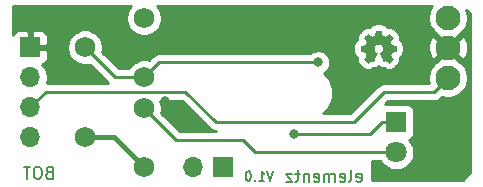
<source format=gbr>
G04 #@! TF.GenerationSoftware,KiCad,Pcbnew,5.1.5-52549c5~86~ubuntu16.04.1*
G04 #@! TF.CreationDate,2020-07-22T23:43:53+05:30*
G04 #@! TF.ProjectId,IR_Sensor_Module_555_V1.0,49525f53-656e-4736-9f72-5f4d6f64756c,rev?*
G04 #@! TF.SameCoordinates,Original*
G04 #@! TF.FileFunction,Copper,L2,Bot*
G04 #@! TF.FilePolarity,Positive*
%FSLAX46Y46*%
G04 Gerber Fmt 4.6, Leading zero omitted, Abs format (unit mm)*
G04 Created by KiCad (PCBNEW 5.1.5-52549c5~86~ubuntu16.04.1) date 2020-07-22 23:43:53*
%MOMM*%
%LPD*%
G04 APERTURE LIST*
%ADD10C,0.150000*%
%ADD11C,0.002540*%
%ADD12C,1.750000*%
%ADD13O,1.700000X1.700000*%
%ADD14R,1.700000X1.700000*%
%ADD15C,2.100000*%
%ADD16C,1.800000*%
%ADD17R,1.800000X1.800000*%
%ADD18C,0.800000*%
%ADD19C,0.406400*%
%ADD20C,0.254000*%
G04 APERTURE END LIST*
D10*
X122707247Y-114649304D02*
X122440580Y-115449304D01*
X122173914Y-114649304D01*
X121488200Y-115449304D02*
X121945342Y-115449304D01*
X121716771Y-115449304D02*
X121716771Y-114649304D01*
X121792961Y-114763590D01*
X121869152Y-114839780D01*
X121945342Y-114877876D01*
X121145342Y-115373114D02*
X121107247Y-115411209D01*
X121145342Y-115449304D01*
X121183438Y-115411209D01*
X121145342Y-115373114D01*
X121145342Y-115449304D01*
X120612009Y-114649304D02*
X120535819Y-114649304D01*
X120459628Y-114687400D01*
X120421533Y-114725495D01*
X120383438Y-114801685D01*
X120345342Y-114954066D01*
X120345342Y-115144542D01*
X120383438Y-115296923D01*
X120421533Y-115373114D01*
X120459628Y-115411209D01*
X120535819Y-115449304D01*
X120612009Y-115449304D01*
X120688200Y-115411209D01*
X120726295Y-115373114D01*
X120764390Y-115296923D01*
X120802485Y-115144542D01*
X120802485Y-114954066D01*
X120764390Y-114801685D01*
X120726295Y-114725495D01*
X120688200Y-114687400D01*
X120612009Y-114649304D01*
X129738095Y-115466761D02*
X129833333Y-115514380D01*
X130023809Y-115514380D01*
X130119047Y-115466761D01*
X130166666Y-115371523D01*
X130166666Y-114990571D01*
X130119047Y-114895333D01*
X130023809Y-114847714D01*
X129833333Y-114847714D01*
X129738095Y-114895333D01*
X129690476Y-114990571D01*
X129690476Y-115085809D01*
X130166666Y-115181047D01*
X129119047Y-115514380D02*
X129214285Y-115466761D01*
X129261904Y-115371523D01*
X129261904Y-114514380D01*
X128357142Y-115466761D02*
X128452380Y-115514380D01*
X128642857Y-115514380D01*
X128738095Y-115466761D01*
X128785714Y-115371523D01*
X128785714Y-114990571D01*
X128738095Y-114895333D01*
X128642857Y-114847714D01*
X128452380Y-114847714D01*
X128357142Y-114895333D01*
X128309523Y-114990571D01*
X128309523Y-115085809D01*
X128785714Y-115181047D01*
X127880952Y-115514380D02*
X127880952Y-114847714D01*
X127880952Y-114942952D02*
X127833333Y-114895333D01*
X127738095Y-114847714D01*
X127595238Y-114847714D01*
X127500000Y-114895333D01*
X127452380Y-114990571D01*
X127452380Y-115514380D01*
X127452380Y-114990571D02*
X127404761Y-114895333D01*
X127309523Y-114847714D01*
X127166666Y-114847714D01*
X127071428Y-114895333D01*
X127023809Y-114990571D01*
X127023809Y-115514380D01*
X126166666Y-115466761D02*
X126261904Y-115514380D01*
X126452380Y-115514380D01*
X126547619Y-115466761D01*
X126595238Y-115371523D01*
X126595238Y-114990571D01*
X126547619Y-114895333D01*
X126452380Y-114847714D01*
X126261904Y-114847714D01*
X126166666Y-114895333D01*
X126119047Y-114990571D01*
X126119047Y-115085809D01*
X126595238Y-115181047D01*
X125690476Y-114847714D02*
X125690476Y-115514380D01*
X125690476Y-114942952D02*
X125642857Y-114895333D01*
X125547619Y-114847714D01*
X125404761Y-114847714D01*
X125309523Y-114895333D01*
X125261904Y-114990571D01*
X125261904Y-115514380D01*
X124928571Y-114847714D02*
X124547619Y-114847714D01*
X124785714Y-114514380D02*
X124785714Y-115371523D01*
X124738095Y-115466761D01*
X124642857Y-115514380D01*
X124547619Y-115514380D01*
X124309523Y-114847714D02*
X123785714Y-114847714D01*
X124309523Y-115514380D01*
X123785714Y-115514380D01*
X103703333Y-114736571D02*
X103560476Y-114784190D01*
X103512857Y-114831809D01*
X103465238Y-114927047D01*
X103465238Y-115069904D01*
X103512857Y-115165142D01*
X103560476Y-115212761D01*
X103655714Y-115260380D01*
X104036666Y-115260380D01*
X104036666Y-114260380D01*
X103703333Y-114260380D01*
X103608095Y-114308000D01*
X103560476Y-114355619D01*
X103512857Y-114450857D01*
X103512857Y-114546095D01*
X103560476Y-114641333D01*
X103608095Y-114688952D01*
X103703333Y-114736571D01*
X104036666Y-114736571D01*
X102846190Y-114260380D02*
X102655714Y-114260380D01*
X102560476Y-114308000D01*
X102465238Y-114403238D01*
X102417619Y-114593714D01*
X102417619Y-114927047D01*
X102465238Y-115117523D01*
X102560476Y-115212761D01*
X102655714Y-115260380D01*
X102846190Y-115260380D01*
X102941428Y-115212761D01*
X103036666Y-115117523D01*
X103084285Y-114927047D01*
X103084285Y-114593714D01*
X103036666Y-114403238D01*
X102941428Y-114308000D01*
X102846190Y-114260380D01*
X102131904Y-114260380D02*
X101560476Y-114260380D01*
X101846190Y-115260380D02*
X101846190Y-114260380D01*
D11*
G36*
X130688080Y-105435400D02*
G01*
X130705860Y-105427780D01*
X130738880Y-105404920D01*
X130789680Y-105371900D01*
X130848100Y-105333800D01*
X130909060Y-105293160D01*
X130957320Y-105260140D01*
X130992880Y-105237280D01*
X131005580Y-105229660D01*
X131013200Y-105232200D01*
X131041140Y-105247440D01*
X131081780Y-105267760D01*
X131107180Y-105280460D01*
X131145280Y-105295700D01*
X131163060Y-105300780D01*
X131165600Y-105295700D01*
X131180840Y-105265220D01*
X131201160Y-105216960D01*
X131229100Y-105150920D01*
X131262120Y-105074720D01*
X131297680Y-104993440D01*
X131330700Y-104909620D01*
X131363720Y-104830880D01*
X131394200Y-104757220D01*
X131417060Y-104698800D01*
X131432300Y-104658160D01*
X131439920Y-104640380D01*
X131437380Y-104637840D01*
X131419600Y-104620060D01*
X131386580Y-104594660D01*
X131315460Y-104536240D01*
X131244340Y-104449880D01*
X131201160Y-104350820D01*
X131188460Y-104239060D01*
X131198620Y-104137460D01*
X131239260Y-104040940D01*
X131307840Y-103952040D01*
X131391660Y-103886000D01*
X131488180Y-103845360D01*
X131597400Y-103832660D01*
X131701540Y-103842820D01*
X131800600Y-103883460D01*
X131889500Y-103949500D01*
X131927600Y-103992680D01*
X131978400Y-104084120D01*
X132008880Y-104178100D01*
X132011420Y-104200960D01*
X132006340Y-104307640D01*
X131975860Y-104409240D01*
X131919980Y-104498140D01*
X131843780Y-104571800D01*
X131833620Y-104579420D01*
X131798060Y-104607360D01*
X131772660Y-104625140D01*
X131754880Y-104640380D01*
X131889500Y-104962960D01*
X131909820Y-105013760D01*
X131947920Y-105102660D01*
X131978400Y-105178860D01*
X132006340Y-105239820D01*
X132024120Y-105280460D01*
X132031740Y-105295700D01*
X132044440Y-105298240D01*
X132067300Y-105290620D01*
X132113020Y-105267760D01*
X132143500Y-105252520D01*
X132176520Y-105237280D01*
X132191760Y-105229660D01*
X132207000Y-105237280D01*
X132240020Y-105257600D01*
X132285740Y-105290620D01*
X132344160Y-105328720D01*
X132400040Y-105366820D01*
X132450840Y-105399840D01*
X132486400Y-105425240D01*
X132504180Y-105432860D01*
X132506720Y-105432860D01*
X132524500Y-105425240D01*
X132552440Y-105399840D01*
X132595620Y-105359200D01*
X132659120Y-105298240D01*
X132669280Y-105288080D01*
X132720080Y-105237280D01*
X132760720Y-105191560D01*
X132788660Y-105161080D01*
X132798820Y-105148380D01*
X132788660Y-105130600D01*
X132765800Y-105092500D01*
X132732780Y-105041700D01*
X132692140Y-104980740D01*
X132585460Y-104825800D01*
X132643880Y-104681020D01*
X132661660Y-104635300D01*
X132684520Y-104579420D01*
X132702300Y-104541320D01*
X132709920Y-104523540D01*
X132727700Y-104518460D01*
X132765800Y-104508300D01*
X132824220Y-104498140D01*
X132895340Y-104485440D01*
X132961380Y-104472740D01*
X133019800Y-104460040D01*
X133062980Y-104452420D01*
X133083300Y-104449880D01*
X133088380Y-104444800D01*
X133090920Y-104437180D01*
X133093460Y-104416860D01*
X133096000Y-104378760D01*
X133096000Y-104322880D01*
X133096000Y-104239060D01*
X133096000Y-104231440D01*
X133096000Y-104152700D01*
X133093460Y-104089200D01*
X133090920Y-104051100D01*
X133088380Y-104033320D01*
X133070600Y-104028240D01*
X133027420Y-104020620D01*
X132969000Y-104007920D01*
X132897880Y-103995220D01*
X132892800Y-103995220D01*
X132821680Y-103979980D01*
X132763260Y-103967280D01*
X132720080Y-103959660D01*
X132702300Y-103952040D01*
X132699760Y-103946960D01*
X132684520Y-103919020D01*
X132664200Y-103875840D01*
X132641340Y-103822500D01*
X132618480Y-103766620D01*
X132598160Y-103715820D01*
X132585460Y-103680260D01*
X132580380Y-103662480D01*
X132590540Y-103644700D01*
X132615940Y-103609140D01*
X132651500Y-103558340D01*
X132692140Y-103497380D01*
X132694680Y-103492300D01*
X132735320Y-103431340D01*
X132768340Y-103380540D01*
X132791200Y-103344980D01*
X132798820Y-103329740D01*
X132798820Y-103327200D01*
X132786120Y-103309420D01*
X132755640Y-103276400D01*
X132709920Y-103230680D01*
X132659120Y-103177340D01*
X132641340Y-103162100D01*
X132582920Y-103103680D01*
X132542280Y-103068120D01*
X132516880Y-103047800D01*
X132506720Y-103042720D01*
X132504180Y-103042720D01*
X132486400Y-103052880D01*
X132448300Y-103078280D01*
X132397500Y-103113840D01*
X132336540Y-103154480D01*
X132334000Y-103157020D01*
X132273040Y-103197660D01*
X132222240Y-103233220D01*
X132186680Y-103256080D01*
X132171440Y-103263700D01*
X132168900Y-103263700D01*
X132146040Y-103258620D01*
X132102860Y-103243380D01*
X132049520Y-103223060D01*
X131993640Y-103200200D01*
X131942840Y-103179880D01*
X131907280Y-103162100D01*
X131889500Y-103151940D01*
X131886960Y-103151940D01*
X131881880Y-103129080D01*
X131871720Y-103083360D01*
X131859020Y-103022400D01*
X131843780Y-102948740D01*
X131841240Y-102938580D01*
X131828540Y-102864920D01*
X131818380Y-102806500D01*
X131808220Y-102765860D01*
X131805680Y-102748080D01*
X131795520Y-102748080D01*
X131759960Y-102745540D01*
X131706620Y-102743000D01*
X131640580Y-102743000D01*
X131574540Y-102743000D01*
X131508500Y-102743000D01*
X131452620Y-102745540D01*
X131411980Y-102748080D01*
X131394200Y-102753160D01*
X131389120Y-102776020D01*
X131378960Y-102819200D01*
X131366260Y-102882700D01*
X131351020Y-102956360D01*
X131348480Y-102969060D01*
X131335780Y-103040180D01*
X131323080Y-103098600D01*
X131315460Y-103139240D01*
X131310380Y-103154480D01*
X131305300Y-103157020D01*
X131274820Y-103172260D01*
X131226560Y-103190040D01*
X131168140Y-103215440D01*
X131030980Y-103271320D01*
X130863340Y-103154480D01*
X130848100Y-103144320D01*
X130787140Y-103103680D01*
X130736340Y-103070660D01*
X130700780Y-103047800D01*
X130688080Y-103040180D01*
X130685540Y-103040180D01*
X130670300Y-103055420D01*
X130637280Y-103085900D01*
X130591560Y-103131620D01*
X130538220Y-103182420D01*
X130497580Y-103223060D01*
X130451860Y-103268780D01*
X130423920Y-103301800D01*
X130406140Y-103322120D01*
X130401060Y-103334820D01*
X130403600Y-103342440D01*
X130413760Y-103360220D01*
X130439160Y-103395780D01*
X130472180Y-103449120D01*
X130512820Y-103507540D01*
X130548380Y-103558340D01*
X130583940Y-103614220D01*
X130606800Y-103654860D01*
X130616960Y-103672640D01*
X130614420Y-103682800D01*
X130601720Y-103715820D01*
X130581400Y-103764080D01*
X130556000Y-103825040D01*
X130497580Y-103957120D01*
X130411220Y-103974900D01*
X130357880Y-103985060D01*
X130284220Y-103997760D01*
X130213100Y-104013000D01*
X130101340Y-104033320D01*
X130098800Y-104437180D01*
X130116580Y-104444800D01*
X130131820Y-104449880D01*
X130172460Y-104460040D01*
X130230880Y-104470200D01*
X130299460Y-104482900D01*
X130360420Y-104495600D01*
X130418840Y-104505760D01*
X130462020Y-104513380D01*
X130479800Y-104518460D01*
X130484880Y-104523540D01*
X130500120Y-104554020D01*
X130520440Y-104599740D01*
X130543300Y-104653080D01*
X130568700Y-104711500D01*
X130589020Y-104762300D01*
X130604260Y-104802940D01*
X130609340Y-104823260D01*
X130601720Y-104838500D01*
X130578860Y-104874060D01*
X130545840Y-104924860D01*
X130505200Y-104983280D01*
X130464560Y-105041700D01*
X130431540Y-105092500D01*
X130406140Y-105128060D01*
X130398520Y-105145840D01*
X130403600Y-105156000D01*
X130426460Y-105183940D01*
X130469640Y-105229660D01*
X130535680Y-105295700D01*
X130548380Y-105305860D01*
X130599180Y-105356660D01*
X130644900Y-105397300D01*
X130675380Y-105425240D01*
X130688080Y-105435400D01*
G37*
X130688080Y-105435400D02*
X130705860Y-105427780D01*
X130738880Y-105404920D01*
X130789680Y-105371900D01*
X130848100Y-105333800D01*
X130909060Y-105293160D01*
X130957320Y-105260140D01*
X130992880Y-105237280D01*
X131005580Y-105229660D01*
X131013200Y-105232200D01*
X131041140Y-105247440D01*
X131081780Y-105267760D01*
X131107180Y-105280460D01*
X131145280Y-105295700D01*
X131163060Y-105300780D01*
X131165600Y-105295700D01*
X131180840Y-105265220D01*
X131201160Y-105216960D01*
X131229100Y-105150920D01*
X131262120Y-105074720D01*
X131297680Y-104993440D01*
X131330700Y-104909620D01*
X131363720Y-104830880D01*
X131394200Y-104757220D01*
X131417060Y-104698800D01*
X131432300Y-104658160D01*
X131439920Y-104640380D01*
X131437380Y-104637840D01*
X131419600Y-104620060D01*
X131386580Y-104594660D01*
X131315460Y-104536240D01*
X131244340Y-104449880D01*
X131201160Y-104350820D01*
X131188460Y-104239060D01*
X131198620Y-104137460D01*
X131239260Y-104040940D01*
X131307840Y-103952040D01*
X131391660Y-103886000D01*
X131488180Y-103845360D01*
X131597400Y-103832660D01*
X131701540Y-103842820D01*
X131800600Y-103883460D01*
X131889500Y-103949500D01*
X131927600Y-103992680D01*
X131978400Y-104084120D01*
X132008880Y-104178100D01*
X132011420Y-104200960D01*
X132006340Y-104307640D01*
X131975860Y-104409240D01*
X131919980Y-104498140D01*
X131843780Y-104571800D01*
X131833620Y-104579420D01*
X131798060Y-104607360D01*
X131772660Y-104625140D01*
X131754880Y-104640380D01*
X131889500Y-104962960D01*
X131909820Y-105013760D01*
X131947920Y-105102660D01*
X131978400Y-105178860D01*
X132006340Y-105239820D01*
X132024120Y-105280460D01*
X132031740Y-105295700D01*
X132044440Y-105298240D01*
X132067300Y-105290620D01*
X132113020Y-105267760D01*
X132143500Y-105252520D01*
X132176520Y-105237280D01*
X132191760Y-105229660D01*
X132207000Y-105237280D01*
X132240020Y-105257600D01*
X132285740Y-105290620D01*
X132344160Y-105328720D01*
X132400040Y-105366820D01*
X132450840Y-105399840D01*
X132486400Y-105425240D01*
X132504180Y-105432860D01*
X132506720Y-105432860D01*
X132524500Y-105425240D01*
X132552440Y-105399840D01*
X132595620Y-105359200D01*
X132659120Y-105298240D01*
X132669280Y-105288080D01*
X132720080Y-105237280D01*
X132760720Y-105191560D01*
X132788660Y-105161080D01*
X132798820Y-105148380D01*
X132788660Y-105130600D01*
X132765800Y-105092500D01*
X132732780Y-105041700D01*
X132692140Y-104980740D01*
X132585460Y-104825800D01*
X132643880Y-104681020D01*
X132661660Y-104635300D01*
X132684520Y-104579420D01*
X132702300Y-104541320D01*
X132709920Y-104523540D01*
X132727700Y-104518460D01*
X132765800Y-104508300D01*
X132824220Y-104498140D01*
X132895340Y-104485440D01*
X132961380Y-104472740D01*
X133019800Y-104460040D01*
X133062980Y-104452420D01*
X133083300Y-104449880D01*
X133088380Y-104444800D01*
X133090920Y-104437180D01*
X133093460Y-104416860D01*
X133096000Y-104378760D01*
X133096000Y-104322880D01*
X133096000Y-104239060D01*
X133096000Y-104231440D01*
X133096000Y-104152700D01*
X133093460Y-104089200D01*
X133090920Y-104051100D01*
X133088380Y-104033320D01*
X133070600Y-104028240D01*
X133027420Y-104020620D01*
X132969000Y-104007920D01*
X132897880Y-103995220D01*
X132892800Y-103995220D01*
X132821680Y-103979980D01*
X132763260Y-103967280D01*
X132720080Y-103959660D01*
X132702300Y-103952040D01*
X132699760Y-103946960D01*
X132684520Y-103919020D01*
X132664200Y-103875840D01*
X132641340Y-103822500D01*
X132618480Y-103766620D01*
X132598160Y-103715820D01*
X132585460Y-103680260D01*
X132580380Y-103662480D01*
X132590540Y-103644700D01*
X132615940Y-103609140D01*
X132651500Y-103558340D01*
X132692140Y-103497380D01*
X132694680Y-103492300D01*
X132735320Y-103431340D01*
X132768340Y-103380540D01*
X132791200Y-103344980D01*
X132798820Y-103329740D01*
X132798820Y-103327200D01*
X132786120Y-103309420D01*
X132755640Y-103276400D01*
X132709920Y-103230680D01*
X132659120Y-103177340D01*
X132641340Y-103162100D01*
X132582920Y-103103680D01*
X132542280Y-103068120D01*
X132516880Y-103047800D01*
X132506720Y-103042720D01*
X132504180Y-103042720D01*
X132486400Y-103052880D01*
X132448300Y-103078280D01*
X132397500Y-103113840D01*
X132336540Y-103154480D01*
X132334000Y-103157020D01*
X132273040Y-103197660D01*
X132222240Y-103233220D01*
X132186680Y-103256080D01*
X132171440Y-103263700D01*
X132168900Y-103263700D01*
X132146040Y-103258620D01*
X132102860Y-103243380D01*
X132049520Y-103223060D01*
X131993640Y-103200200D01*
X131942840Y-103179880D01*
X131907280Y-103162100D01*
X131889500Y-103151940D01*
X131886960Y-103151940D01*
X131881880Y-103129080D01*
X131871720Y-103083360D01*
X131859020Y-103022400D01*
X131843780Y-102948740D01*
X131841240Y-102938580D01*
X131828540Y-102864920D01*
X131818380Y-102806500D01*
X131808220Y-102765860D01*
X131805680Y-102748080D01*
X131795520Y-102748080D01*
X131759960Y-102745540D01*
X131706620Y-102743000D01*
X131640580Y-102743000D01*
X131574540Y-102743000D01*
X131508500Y-102743000D01*
X131452620Y-102745540D01*
X131411980Y-102748080D01*
X131394200Y-102753160D01*
X131389120Y-102776020D01*
X131378960Y-102819200D01*
X131366260Y-102882700D01*
X131351020Y-102956360D01*
X131348480Y-102969060D01*
X131335780Y-103040180D01*
X131323080Y-103098600D01*
X131315460Y-103139240D01*
X131310380Y-103154480D01*
X131305300Y-103157020D01*
X131274820Y-103172260D01*
X131226560Y-103190040D01*
X131168140Y-103215440D01*
X131030980Y-103271320D01*
X130863340Y-103154480D01*
X130848100Y-103144320D01*
X130787140Y-103103680D01*
X130736340Y-103070660D01*
X130700780Y-103047800D01*
X130688080Y-103040180D01*
X130685540Y-103040180D01*
X130670300Y-103055420D01*
X130637280Y-103085900D01*
X130591560Y-103131620D01*
X130538220Y-103182420D01*
X130497580Y-103223060D01*
X130451860Y-103268780D01*
X130423920Y-103301800D01*
X130406140Y-103322120D01*
X130401060Y-103334820D01*
X130403600Y-103342440D01*
X130413760Y-103360220D01*
X130439160Y-103395780D01*
X130472180Y-103449120D01*
X130512820Y-103507540D01*
X130548380Y-103558340D01*
X130583940Y-103614220D01*
X130606800Y-103654860D01*
X130616960Y-103672640D01*
X130614420Y-103682800D01*
X130601720Y-103715820D01*
X130581400Y-103764080D01*
X130556000Y-103825040D01*
X130497580Y-103957120D01*
X130411220Y-103974900D01*
X130357880Y-103985060D01*
X130284220Y-103997760D01*
X130213100Y-104013000D01*
X130101340Y-104033320D01*
X130098800Y-104437180D01*
X130116580Y-104444800D01*
X130131820Y-104449880D01*
X130172460Y-104460040D01*
X130230880Y-104470200D01*
X130299460Y-104482900D01*
X130360420Y-104495600D01*
X130418840Y-104505760D01*
X130462020Y-104513380D01*
X130479800Y-104518460D01*
X130484880Y-104523540D01*
X130500120Y-104554020D01*
X130520440Y-104599740D01*
X130543300Y-104653080D01*
X130568700Y-104711500D01*
X130589020Y-104762300D01*
X130604260Y-104802940D01*
X130609340Y-104823260D01*
X130601720Y-104838500D01*
X130578860Y-104874060D01*
X130545840Y-104924860D01*
X130505200Y-104983280D01*
X130464560Y-105041700D01*
X130431540Y-105092500D01*
X130406140Y-105128060D01*
X130398520Y-105145840D01*
X130403600Y-105156000D01*
X130426460Y-105183940D01*
X130469640Y-105229660D01*
X130535680Y-105295700D01*
X130548380Y-105305860D01*
X130599180Y-105356660D01*
X130644900Y-105397300D01*
X130675380Y-105425240D01*
X130688080Y-105435400D01*
D12*
X111760000Y-114300000D03*
X106760000Y-111760000D03*
X111760000Y-109300000D03*
X111760000Y-106680000D03*
X106760000Y-104140000D03*
X111760000Y-101680000D03*
D13*
X102108000Y-111760000D03*
X102108000Y-109220000D03*
X102108000Y-106680000D03*
D14*
X102108000Y-104140000D03*
D13*
X115892005Y-114258717D03*
D14*
X118432005Y-114258717D03*
D15*
X137499406Y-101640003D03*
X137499406Y-104180003D03*
X137499406Y-106720003D03*
D16*
X133096000Y-113030000D03*
D17*
X133096000Y-110490000D03*
D18*
X130048000Y-101600000D03*
X113538000Y-108712000D03*
X128270000Y-105410000D03*
X118618000Y-101600000D03*
X115062000Y-110236000D03*
X124460000Y-111506000D03*
X126492000Y-105410000D03*
D19*
X106760000Y-111332000D02*
X106760000Y-111760000D01*
X109220000Y-111760000D02*
X111760000Y-114300000D01*
X106760000Y-111760000D02*
X109220000Y-111760000D01*
D20*
X120142000Y-112014000D02*
X114474000Y-112014000D01*
X133096000Y-113030000D02*
X121158000Y-113030000D01*
X114474000Y-112014000D02*
X111760000Y-109300000D01*
X121158000Y-113030000D02*
X120142000Y-112014000D01*
X131942000Y-110490000D02*
X130926000Y-111506000D01*
X133096000Y-110490000D02*
X131942000Y-110490000D01*
X130926000Y-111506000D02*
X124460000Y-111506000D01*
X136269409Y-107950000D02*
X132080000Y-107950000D01*
X137499406Y-106720003D02*
X136269409Y-107950000D01*
X103445999Y-107882001D02*
X102108000Y-109220000D01*
X132080000Y-107950000D02*
X129540000Y-110490000D01*
X129540000Y-110490000D02*
X117856000Y-110490000D01*
X117856000Y-110490000D02*
X115248001Y-107882001D01*
X115248001Y-107882001D02*
X103445999Y-107882001D01*
X109300000Y-106680000D02*
X106760000Y-104140000D01*
X111760000Y-106680000D02*
X109300000Y-106680000D01*
X113030000Y-105410000D02*
X111760000Y-106680000D01*
X126492000Y-105410000D02*
X113030000Y-105410000D01*
G36*
X110587107Y-100717431D02*
G01*
X110421856Y-100964747D01*
X110308029Y-101239549D01*
X110250000Y-101531278D01*
X110250000Y-101828722D01*
X110308029Y-102120451D01*
X110421856Y-102395253D01*
X110587107Y-102642569D01*
X110797431Y-102852893D01*
X111044747Y-103018144D01*
X111319549Y-103131971D01*
X111611278Y-103190000D01*
X111908722Y-103190000D01*
X112200451Y-103131971D01*
X112475253Y-103018144D01*
X112722569Y-102852893D01*
X112932893Y-102642569D01*
X113098144Y-102395253D01*
X113211971Y-102120451D01*
X113270000Y-101828722D01*
X113270000Y-101531278D01*
X113211971Y-101239549D01*
X113098144Y-100964747D01*
X112932893Y-100717431D01*
X112875462Y-100660000D01*
X136127691Y-100660000D01*
X136006178Y-100841856D01*
X135879160Y-101148507D01*
X135814406Y-101474045D01*
X135814406Y-101805961D01*
X135879160Y-102131499D01*
X136006178Y-102438150D01*
X136190581Y-102714128D01*
X136425281Y-102948828D01*
X136509415Y-103005045D01*
X136507945Y-103008937D01*
X137499406Y-104000398D01*
X138490867Y-103008937D01*
X138489397Y-103005045D01*
X138573531Y-102948828D01*
X138808231Y-102714128D01*
X138992634Y-102438150D01*
X139119652Y-102131499D01*
X139184406Y-101805961D01*
X139184406Y-101474045D01*
X139119652Y-101148507D01*
X139052142Y-100985523D01*
X139340000Y-101273381D01*
X139340001Y-114726618D01*
X138726620Y-115340000D01*
X131067143Y-115340000D01*
X131067143Y-113792000D01*
X131759024Y-113792000D01*
X131903688Y-114008505D01*
X132117495Y-114222312D01*
X132368905Y-114390299D01*
X132648257Y-114506011D01*
X132944816Y-114565000D01*
X133247184Y-114565000D01*
X133543743Y-114506011D01*
X133823095Y-114390299D01*
X134074505Y-114222312D01*
X134288312Y-114008505D01*
X134456299Y-113757095D01*
X134572011Y-113477743D01*
X134631000Y-113181184D01*
X134631000Y-112878816D01*
X134572011Y-112582257D01*
X134456299Y-112302905D01*
X134288312Y-112051495D01*
X134221873Y-111985056D01*
X134240180Y-111979502D01*
X134350494Y-111920537D01*
X134447185Y-111841185D01*
X134526537Y-111744494D01*
X134585502Y-111634180D01*
X134621812Y-111514482D01*
X134634072Y-111390000D01*
X134634072Y-109590000D01*
X134621812Y-109465518D01*
X134585502Y-109345820D01*
X134526537Y-109235506D01*
X134447185Y-109138815D01*
X134350494Y-109059463D01*
X134240180Y-109000498D01*
X134120482Y-108964188D01*
X133996000Y-108951928D01*
X132196000Y-108951928D01*
X132151300Y-108956330D01*
X132395631Y-108712000D01*
X136231986Y-108712000D01*
X136269409Y-108715686D01*
X136306832Y-108712000D01*
X136306835Y-108712000D01*
X136418787Y-108700974D01*
X136562424Y-108657402D01*
X136694801Y-108586645D01*
X136810831Y-108491422D01*
X136834693Y-108462346D01*
X136971763Y-108325276D01*
X137007910Y-108340249D01*
X137333448Y-108405003D01*
X137665364Y-108405003D01*
X137990902Y-108340249D01*
X138297553Y-108213231D01*
X138573531Y-108028828D01*
X138808231Y-107794128D01*
X138992634Y-107518150D01*
X139119652Y-107211499D01*
X139184406Y-106885961D01*
X139184406Y-106554045D01*
X139119652Y-106228507D01*
X138992634Y-105921856D01*
X138808231Y-105645878D01*
X138573531Y-105411178D01*
X138489397Y-105354961D01*
X138490867Y-105351069D01*
X137499406Y-104359608D01*
X136507945Y-105351069D01*
X136509415Y-105354961D01*
X136425281Y-105411178D01*
X136190581Y-105645878D01*
X136006178Y-105921856D01*
X135879160Y-106228507D01*
X135814406Y-106554045D01*
X135814406Y-106885961D01*
X135874486Y-107188000D01*
X132117422Y-107188000D01*
X132079999Y-107184314D01*
X132042576Y-107188000D01*
X132042574Y-107188000D01*
X131930622Y-107199026D01*
X131786985Y-107242598D01*
X131654608Y-107313355D01*
X131538578Y-107408578D01*
X131514721Y-107437648D01*
X129224370Y-109728000D01*
X126932767Y-109728000D01*
X127236038Y-109424729D01*
X127480631Y-109058669D01*
X127649110Y-108651925D01*
X127735000Y-108220128D01*
X127735000Y-107779872D01*
X127649110Y-107348075D01*
X127480631Y-106941331D01*
X127236038Y-106575271D01*
X126985682Y-106324915D01*
X127151774Y-106213937D01*
X127295937Y-106069774D01*
X127409205Y-105900256D01*
X127487226Y-105711898D01*
X127527000Y-105511939D01*
X127527000Y-105308061D01*
X127487226Y-105108102D01*
X127409205Y-104919744D01*
X127295937Y-104750226D01*
X127151774Y-104606063D01*
X126982256Y-104492795D01*
X126838329Y-104433178D01*
X129462543Y-104433178D01*
X129467787Y-104490357D01*
X129472199Y-104547683D01*
X129473457Y-104552187D01*
X129473883Y-104556837D01*
X129490129Y-104611897D01*
X129505595Y-104667285D01*
X129507704Y-104671460D01*
X129509026Y-104675940D01*
X129535659Y-104726799D01*
X129561587Y-104778124D01*
X129564467Y-104781810D01*
X129566633Y-104785946D01*
X129602661Y-104830693D01*
X129638042Y-104875976D01*
X129641577Y-104879027D01*
X129644510Y-104882670D01*
X129688567Y-104919586D01*
X129732046Y-104957114D01*
X129736110Y-104959422D01*
X129739692Y-104962424D01*
X129784562Y-104987051D01*
X129776151Y-105013567D01*
X129773571Y-105036573D01*
X129768189Y-105059103D01*
X129766665Y-105098154D01*
X129762312Y-105136972D01*
X129764250Y-105160045D01*
X129763347Y-105183188D01*
X129769435Y-105221776D01*
X129772706Y-105260714D01*
X129779089Y-105282973D01*
X129782698Y-105305849D01*
X129792079Y-105331394D01*
X129792253Y-105332334D01*
X129794485Y-105337947D01*
X129796165Y-105342521D01*
X129806936Y-105380081D01*
X129817523Y-105400680D01*
X129825505Y-105422415D01*
X129829423Y-105430389D01*
X129834503Y-105440548D01*
X129836654Y-105443968D01*
X129838146Y-105447720D01*
X129855467Y-105474506D01*
X129863701Y-105490526D01*
X129874505Y-105504156D01*
X129900610Y-105545667D01*
X129903382Y-105548601D01*
X129905576Y-105551995D01*
X129911154Y-105558910D01*
X129934014Y-105586850D01*
X129946870Y-105599755D01*
X129957828Y-105614317D01*
X129963883Y-105620818D01*
X130007063Y-105666538D01*
X130010582Y-105669601D01*
X130013491Y-105673245D01*
X130019729Y-105679571D01*
X130085769Y-105745611D01*
X130099991Y-105757293D01*
X130149269Y-105806571D01*
X130160309Y-105815639D01*
X130169866Y-105826266D01*
X130176465Y-105832214D01*
X130218561Y-105869633D01*
X130245437Y-105894269D01*
X130259013Y-105904466D01*
X130271007Y-105916485D01*
X130277905Y-105922083D01*
X130290605Y-105932243D01*
X130314174Y-105947584D01*
X130335961Y-105965354D01*
X130366084Y-105981372D01*
X130394679Y-105999984D01*
X130420775Y-106010454D01*
X130445602Y-106023655D01*
X130478264Y-106033517D01*
X130509929Y-106046221D01*
X130537559Y-106051421D01*
X130564479Y-106059550D01*
X130598442Y-106062881D01*
X130631963Y-106069190D01*
X130660076Y-106068925D01*
X130688065Y-106071670D01*
X130722019Y-106068341D01*
X130756137Y-106068020D01*
X130783672Y-106062298D01*
X130811650Y-106059555D01*
X130844306Y-106049696D01*
X130877717Y-106042753D01*
X130903614Y-106031792D01*
X130930529Y-106023667D01*
X130938719Y-106020224D01*
X130956499Y-106012604D01*
X130981761Y-105998717D01*
X130992074Y-105994352D01*
X131002236Y-105987462D01*
X131008435Y-105984054D01*
X131060692Y-105955922D01*
X131065186Y-105952856D01*
X131065318Y-105952784D01*
X131065429Y-105952691D01*
X131068031Y-105950916D01*
X131093399Y-105933354D01*
X131095312Y-105932110D01*
X131110422Y-105934868D01*
X131111426Y-105934853D01*
X131112419Y-105935031D01*
X131173615Y-105933926D01*
X131234587Y-105933017D01*
X131235569Y-105932807D01*
X131236577Y-105932789D01*
X131296411Y-105919814D01*
X131356026Y-105907083D01*
X131356948Y-105906687D01*
X131357934Y-105906473D01*
X131413995Y-105882172D01*
X131470116Y-105858056D01*
X131470948Y-105857485D01*
X131471869Y-105857086D01*
X131522009Y-105822451D01*
X131572511Y-105787801D01*
X131573216Y-105787079D01*
X131574042Y-105786509D01*
X131599511Y-105760287D01*
X131614017Y-105775645D01*
X131643548Y-105796659D01*
X131671262Y-105820004D01*
X131694011Y-105832567D01*
X131715193Y-105847640D01*
X131748245Y-105862519D01*
X131779965Y-105880036D01*
X131804723Y-105887942D01*
X131828428Y-105898613D01*
X131858054Y-105905472D01*
X131869433Y-105909969D01*
X131879422Y-105911796D01*
X131898258Y-105917811D01*
X131906957Y-105919614D01*
X131919658Y-105922154D01*
X131938057Y-105923994D01*
X131949406Y-105926621D01*
X131962826Y-105927051D01*
X131991585Y-105932311D01*
X132017471Y-105931934D01*
X132043219Y-105934508D01*
X132079401Y-105931031D01*
X132099419Y-105930739D01*
X132116576Y-105942994D01*
X132118212Y-105943936D01*
X132119646Y-105945174D01*
X132172053Y-105974944D01*
X132224184Y-106004966D01*
X132225975Y-106005573D01*
X132227620Y-106006508D01*
X132235761Y-106010064D01*
X132253541Y-106017684D01*
X132264071Y-106021024D01*
X132264242Y-106021115D01*
X132266650Y-106021842D01*
X132300563Y-106032599D01*
X132371892Y-106055226D01*
X132371901Y-106055227D01*
X132371907Y-106055229D01*
X132380360Y-106056177D01*
X132383119Y-106057010D01*
X132420327Y-106060659D01*
X132423395Y-106061003D01*
X132495296Y-106069068D01*
X132504180Y-106069130D01*
X132506720Y-106069130D01*
X132567295Y-106063190D01*
X132579322Y-106062011D01*
X132619054Y-106058674D01*
X132622008Y-106057827D01*
X132630290Y-106057015D01*
X132630298Y-106057013D01*
X132630305Y-106057012D01*
X132690866Y-106038728D01*
X132726072Y-106028100D01*
X132732423Y-106026578D01*
X132734821Y-106025476D01*
X132738421Y-106024444D01*
X132738762Y-106024269D01*
X132749169Y-106021127D01*
X132749181Y-106021122D01*
X132749187Y-106021120D01*
X132757359Y-106017684D01*
X132775139Y-106010064D01*
X132809564Y-105991140D01*
X132845263Y-105974740D01*
X132863853Y-105961296D01*
X132883958Y-105950244D01*
X132914053Y-105924993D01*
X132945886Y-105901972D01*
X132952502Y-105896042D01*
X132980442Y-105870642D01*
X132981159Y-105869850D01*
X132982005Y-105869215D01*
X132988517Y-105863172D01*
X133031697Y-105822532D01*
X133031788Y-105822427D01*
X133036257Y-105818197D01*
X133099757Y-105757237D01*
X133101095Y-105755674D01*
X133102705Y-105754389D01*
X133109031Y-105748151D01*
X133169991Y-105687191D01*
X133179059Y-105676151D01*
X133189686Y-105666594D01*
X133195634Y-105659995D01*
X133233053Y-105617899D01*
X133257689Y-105591023D01*
X133267886Y-105577447D01*
X133279905Y-105565453D01*
X133285503Y-105558555D01*
X133295663Y-105545855D01*
X133296896Y-105543961D01*
X133298458Y-105542335D01*
X133322872Y-105504241D01*
X133332266Y-105491734D01*
X133336177Y-105483611D01*
X133363404Y-105441781D01*
X133364245Y-105439685D01*
X133365462Y-105437786D01*
X133387354Y-105382085D01*
X133409641Y-105326531D01*
X133410058Y-105324314D01*
X133410884Y-105322213D01*
X133421546Y-105263278D01*
X133432610Y-105204497D01*
X133432589Y-105202242D01*
X133432991Y-105200019D01*
X133432004Y-105140181D01*
X133431440Y-105080323D01*
X133430980Y-105078110D01*
X133430943Y-105075857D01*
X133418360Y-105017384D01*
X133413119Y-104992167D01*
X133429837Y-104983501D01*
X133458590Y-104960548D01*
X133472759Y-104951843D01*
X133480499Y-104944684D01*
X133498421Y-104932077D01*
X133511774Y-104918092D01*
X133526885Y-104906029D01*
X133533211Y-104899791D01*
X133538291Y-104894711D01*
X133550178Y-104880240D01*
X133563924Y-104867526D01*
X133576309Y-104850501D01*
X133584175Y-104842263D01*
X133593822Y-104827106D01*
X133617110Y-104798754D01*
X133625957Y-104782254D01*
X133636975Y-104767109D01*
X133650216Y-104738499D01*
X133650850Y-104737503D01*
X133651767Y-104735147D01*
X133655242Y-104727638D01*
X133675791Y-104689316D01*
X133681265Y-104671411D01*
X133689131Y-104654415D01*
X133691999Y-104646006D01*
X133694539Y-104638386D01*
X133703832Y-104597598D01*
X133712097Y-104570564D01*
X133713534Y-104556414D01*
X133721113Y-104524907D01*
X133722107Y-104517385D01*
X133722124Y-104517311D01*
X133722126Y-104517243D01*
X133722277Y-104516100D01*
X133724817Y-104495780D01*
X133725189Y-104481802D01*
X133727668Y-104468044D01*
X133728321Y-104459184D01*
X133730861Y-104421084D01*
X133730338Y-104404315D01*
X133732208Y-104387644D01*
X133732270Y-104378760D01*
X133732270Y-104240620D01*
X135807340Y-104240620D01*
X135851678Y-104569560D01*
X135959337Y-104883530D01*
X136058827Y-105069664D01*
X136328340Y-105171464D01*
X137319801Y-104180003D01*
X137679011Y-104180003D01*
X138670472Y-105171464D01*
X138939985Y-105069664D01*
X139085869Y-104771526D01*
X139170786Y-104450657D01*
X139191472Y-104119386D01*
X139147134Y-103790446D01*
X139039475Y-103476476D01*
X138939985Y-103290342D01*
X138670472Y-103188542D01*
X137679011Y-104180003D01*
X137319801Y-104180003D01*
X136328340Y-103188542D01*
X136058827Y-103290342D01*
X135912943Y-103588480D01*
X135828026Y-103909349D01*
X135807340Y-104240620D01*
X133732270Y-104240620D01*
X133732270Y-104152700D01*
X133731460Y-104144436D01*
X133732055Y-104136149D01*
X133731762Y-104127270D01*
X133729222Y-104063770D01*
X133728668Y-104059773D01*
X133728850Y-104055745D01*
X133728321Y-104046876D01*
X133725781Y-104008776D01*
X133722581Y-103989474D01*
X133721990Y-103969922D01*
X133720795Y-103961118D01*
X133718255Y-103943338D01*
X133707913Y-103901011D01*
X133705469Y-103886271D01*
X133703572Y-103881226D01*
X133696015Y-103844591D01*
X133691524Y-103833936D01*
X133688781Y-103822709D01*
X133667447Y-103776811D01*
X133647785Y-103730161D01*
X133641312Y-103720584D01*
X133636439Y-103710100D01*
X133606596Y-103669220D01*
X133578248Y-103627279D01*
X133570035Y-103619139D01*
X133563221Y-103609805D01*
X133525995Y-103575489D01*
X133490050Y-103539863D01*
X133480423Y-103533480D01*
X133471917Y-103525639D01*
X133428727Y-103499204D01*
X133413890Y-103489366D01*
X133415522Y-103479882D01*
X133421186Y-103462028D01*
X133422863Y-103447073D01*
X133425304Y-103438369D01*
X133427491Y-103410341D01*
X133433410Y-103375952D01*
X133432941Y-103357230D01*
X133435028Y-103338624D01*
X133435090Y-103329740D01*
X133435090Y-103327200D01*
X133434471Y-103320892D01*
X133434965Y-103314567D01*
X133431040Y-103281344D01*
X133430300Y-103251813D01*
X133425675Y-103231180D01*
X133422972Y-103203615D01*
X133421139Y-103197544D01*
X133420395Y-103191246D01*
X133408455Y-103154361D01*
X133403138Y-103130642D01*
X133396197Y-103114931D01*
X133387081Y-103084736D01*
X133384104Y-103079137D01*
X133382151Y-103073104D01*
X133360791Y-103034787D01*
X133352957Y-103017054D01*
X133345245Y-103006055D01*
X133328783Y-102975094D01*
X133324777Y-102970182D01*
X133321688Y-102964641D01*
X133316574Y-102957376D01*
X133303874Y-102939596D01*
X133280595Y-102912947D01*
X133259634Y-102884421D01*
X133253653Y-102877851D01*
X133223173Y-102844831D01*
X133216973Y-102839308D01*
X133211789Y-102832815D01*
X133205551Y-102826489D01*
X133165307Y-102786245D01*
X133119867Y-102738533D01*
X133099296Y-102720778D01*
X133097489Y-102718515D01*
X133091251Y-102712189D01*
X133090467Y-102711405D01*
X133079904Y-102700077D01*
X133074049Y-102694987D01*
X133032831Y-102653769D01*
X133019867Y-102643120D01*
X133008552Y-102630735D01*
X133001907Y-102624838D01*
X132961267Y-102589278D01*
X132953444Y-102583680D01*
X132946653Y-102576875D01*
X132939755Y-102571277D01*
X132914355Y-102550957D01*
X132913911Y-102550668D01*
X132913532Y-102550300D01*
X132876020Y-102525972D01*
X132866192Y-102517725D01*
X132847575Y-102507490D01*
X132810281Y-102483216D01*
X132809793Y-102483020D01*
X132809347Y-102482731D01*
X132801428Y-102478703D01*
X132791269Y-102473623D01*
X132773782Y-102466923D01*
X132757373Y-102457902D01*
X132715914Y-102444750D01*
X132675311Y-102429193D01*
X132656862Y-102426018D01*
X132639008Y-102420354D01*
X132595788Y-102415506D01*
X132564666Y-102410150D01*
X132555819Y-102408549D01*
X132555406Y-102408556D01*
X132552932Y-102408130D01*
X132534210Y-102408599D01*
X132515604Y-102406512D01*
X132506720Y-102406450D01*
X132504180Y-102406450D01*
X132468001Y-102409998D01*
X132431657Y-102410597D01*
X132406354Y-102416042D01*
X132380595Y-102418568D01*
X132354479Y-102426453D01*
X132353739Y-102424860D01*
X132344974Y-102412853D01*
X132338088Y-102399682D01*
X132308425Y-102362789D01*
X132280521Y-102324565D01*
X132269595Y-102314493D01*
X132260278Y-102302905D01*
X132224018Y-102272479D01*
X132189217Y-102240399D01*
X132176536Y-102232637D01*
X132165152Y-102223085D01*
X132123684Y-102200288D01*
X132083303Y-102175572D01*
X132069355Y-102170421D01*
X132056333Y-102163262D01*
X132011225Y-102148953D01*
X131966816Y-102132552D01*
X131952137Y-102130209D01*
X131937968Y-102125714D01*
X131890923Y-102120437D01*
X131844190Y-102112977D01*
X131837853Y-102113213D01*
X131805292Y-102110887D01*
X131802173Y-102110969D01*
X131799095Y-102110475D01*
X131790224Y-102109990D01*
X131736884Y-102107450D01*
X131726167Y-102107988D01*
X131715504Y-102106792D01*
X131706620Y-102106730D01*
X131508500Y-102106730D01*
X131498505Y-102107710D01*
X131488486Y-102107045D01*
X131479609Y-102107386D01*
X131423728Y-102109926D01*
X131422766Y-102110065D01*
X131421801Y-102110017D01*
X131412930Y-102110509D01*
X131372291Y-102113049D01*
X131370258Y-102113377D01*
X131368201Y-102113318D01*
X131308904Y-102123289D01*
X131298668Y-102124943D01*
X131289501Y-102125563D01*
X131281513Y-102127714D01*
X131249702Y-102132853D01*
X131247778Y-102133568D01*
X131245742Y-102133910D01*
X131237183Y-102136291D01*
X131219403Y-102141371D01*
X131194963Y-102151020D01*
X131169594Y-102157852D01*
X131137347Y-102173769D01*
X131103902Y-102186974D01*
X131081807Y-102201183D01*
X131058242Y-102212815D01*
X131029697Y-102234696D01*
X130999457Y-102254143D01*
X130980544Y-102272373D01*
X130959687Y-102288360D01*
X130935936Y-102315368D01*
X130910050Y-102340319D01*
X130895032Y-102361882D01*
X130877683Y-102381611D01*
X130859640Y-102412700D01*
X130849617Y-102427092D01*
X130820368Y-102417814D01*
X130801365Y-102415683D01*
X130782827Y-102411004D01*
X130739789Y-102408776D01*
X130696964Y-102403972D01*
X130688080Y-102403910D01*
X130685540Y-102403910D01*
X130671813Y-102405256D01*
X130658815Y-102404583D01*
X130618956Y-102410352D01*
X130568498Y-102414767D01*
X130565280Y-102415702D01*
X130561955Y-102416028D01*
X130545570Y-102420975D01*
X130535917Y-102422372D01*
X130506142Y-102432879D01*
X130505691Y-102433015D01*
X130449250Y-102449413D01*
X130446284Y-102450951D01*
X130443076Y-102451919D01*
X130425108Y-102461473D01*
X130418816Y-102463693D01*
X130400230Y-102474701D01*
X130391138Y-102479535D01*
X130339003Y-102506559D01*
X130336389Y-102508646D01*
X130333434Y-102510217D01*
X130315323Y-102524988D01*
X130311971Y-102526973D01*
X130302576Y-102535384D01*
X130287866Y-102547381D01*
X130241955Y-102584031D01*
X130237301Y-102588620D01*
X130237202Y-102588701D01*
X130237126Y-102588793D01*
X130235629Y-102590269D01*
X130229371Y-102596527D01*
X130205711Y-102618367D01*
X130200188Y-102624567D01*
X130193695Y-102629751D01*
X130187369Y-102635989D01*
X130147125Y-102676233D01*
X130099413Y-102721673D01*
X130097238Y-102724193D01*
X130094635Y-102726271D01*
X130088309Y-102732509D01*
X130001949Y-102818869D01*
X129987956Y-102835904D01*
X129971926Y-102851044D01*
X129966140Y-102857786D01*
X129941599Y-102886789D01*
X129927298Y-102903133D01*
X129903439Y-102936477D01*
X129877418Y-102968153D01*
X129867388Y-102986858D01*
X129855036Y-103004120D01*
X129841184Y-103034677D01*
X129834973Y-103044327D01*
X129830493Y-103055663D01*
X129818735Y-103077590D01*
X129815378Y-103085816D01*
X129810298Y-103098515D01*
X129806824Y-103110473D01*
X129803765Y-103117220D01*
X129800272Y-103132130D01*
X129789331Y-103159813D01*
X129783967Y-103189141D01*
X129775651Y-103217762D01*
X129772824Y-103250061D01*
X129766989Y-103281965D01*
X129767424Y-103311775D01*
X129764825Y-103341468D01*
X129768326Y-103373706D01*
X129768799Y-103406130D01*
X129775014Y-103435283D01*
X129778233Y-103464919D01*
X129784287Y-103484239D01*
X129757556Y-103497921D01*
X129756968Y-103498386D01*
X129756297Y-103498731D01*
X129708178Y-103536924D01*
X129660111Y-103574892D01*
X129659625Y-103575461D01*
X129659033Y-103575931D01*
X129619126Y-103622888D01*
X129579471Y-103669325D01*
X129579105Y-103669978D01*
X129578616Y-103670553D01*
X129548792Y-103724004D01*
X129518709Y-103777622D01*
X129518474Y-103778342D01*
X129518110Y-103778994D01*
X129499291Y-103837049D01*
X129480140Y-103895658D01*
X129480050Y-103896406D01*
X129479818Y-103897120D01*
X129472579Y-103958188D01*
X129465233Y-104018938D01*
X129465289Y-104019683D01*
X129465200Y-104020435D01*
X129465083Y-104029318D01*
X129462543Y-104433178D01*
X126838329Y-104433178D01*
X126793898Y-104414774D01*
X126593939Y-104375000D01*
X126390061Y-104375000D01*
X126190102Y-104414774D01*
X126001744Y-104492795D01*
X125832226Y-104606063D01*
X125790289Y-104648000D01*
X113067422Y-104648000D01*
X113029999Y-104644314D01*
X112992576Y-104648000D01*
X112992574Y-104648000D01*
X112880622Y-104659026D01*
X112736985Y-104702598D01*
X112604608Y-104773355D01*
X112488578Y-104868578D01*
X112464721Y-104897648D01*
X112145309Y-105217060D01*
X111908722Y-105170000D01*
X111611278Y-105170000D01*
X111319549Y-105228029D01*
X111044747Y-105341856D01*
X110797431Y-105507107D01*
X110587107Y-105717431D01*
X110453091Y-105918000D01*
X109615631Y-105918000D01*
X108222939Y-104525309D01*
X108270000Y-104288722D01*
X108270000Y-103991278D01*
X108211971Y-103699549D01*
X108098144Y-103424747D01*
X107932893Y-103177431D01*
X107722569Y-102967107D01*
X107475253Y-102801856D01*
X107200451Y-102688029D01*
X106908722Y-102630000D01*
X106611278Y-102630000D01*
X106319549Y-102688029D01*
X106044747Y-102801856D01*
X105797431Y-102967107D01*
X105587107Y-103177431D01*
X105421856Y-103424747D01*
X105308029Y-103699549D01*
X105250000Y-103991278D01*
X105250000Y-104288722D01*
X105308029Y-104580451D01*
X105421856Y-104855253D01*
X105587107Y-105102569D01*
X105797431Y-105312893D01*
X106044747Y-105478144D01*
X106319549Y-105591971D01*
X106611278Y-105650000D01*
X106908722Y-105650000D01*
X107145309Y-105602939D01*
X108662370Y-107120001D01*
X103533098Y-107120001D01*
X103535932Y-107113158D01*
X103593000Y-106826260D01*
X103593000Y-106533740D01*
X103535932Y-106246842D01*
X103423990Y-105976589D01*
X103261475Y-105733368D01*
X103129620Y-105601513D01*
X103202180Y-105579502D01*
X103312494Y-105520537D01*
X103409185Y-105441185D01*
X103488537Y-105344494D01*
X103547502Y-105234180D01*
X103583812Y-105114482D01*
X103596072Y-104990000D01*
X103593000Y-104425750D01*
X103434250Y-104267000D01*
X102235000Y-104267000D01*
X102235000Y-104287000D01*
X101981000Y-104287000D01*
X101981000Y-104267000D01*
X101961000Y-104267000D01*
X101961000Y-104013000D01*
X101981000Y-104013000D01*
X101981000Y-102813750D01*
X102235000Y-102813750D01*
X102235000Y-104013000D01*
X103434250Y-104013000D01*
X103593000Y-103854250D01*
X103596072Y-103290000D01*
X103583812Y-103165518D01*
X103547502Y-103045820D01*
X103488537Y-102935506D01*
X103409185Y-102838815D01*
X103312494Y-102759463D01*
X103202180Y-102700498D01*
X103082482Y-102664188D01*
X102958000Y-102651928D01*
X102393750Y-102655000D01*
X102235000Y-102813750D01*
X101981000Y-102813750D01*
X101822250Y-102655000D01*
X101258000Y-102651928D01*
X101133518Y-102664188D01*
X101013820Y-102700498D01*
X100903506Y-102759463D01*
X100806815Y-102838815D01*
X100727463Y-102935506D01*
X100668498Y-103045820D01*
X100660000Y-103073834D01*
X100660000Y-100660000D01*
X110644538Y-100660000D01*
X110587107Y-100717431D01*
G37*
X110587107Y-100717431D02*
X110421856Y-100964747D01*
X110308029Y-101239549D01*
X110250000Y-101531278D01*
X110250000Y-101828722D01*
X110308029Y-102120451D01*
X110421856Y-102395253D01*
X110587107Y-102642569D01*
X110797431Y-102852893D01*
X111044747Y-103018144D01*
X111319549Y-103131971D01*
X111611278Y-103190000D01*
X111908722Y-103190000D01*
X112200451Y-103131971D01*
X112475253Y-103018144D01*
X112722569Y-102852893D01*
X112932893Y-102642569D01*
X113098144Y-102395253D01*
X113211971Y-102120451D01*
X113270000Y-101828722D01*
X113270000Y-101531278D01*
X113211971Y-101239549D01*
X113098144Y-100964747D01*
X112932893Y-100717431D01*
X112875462Y-100660000D01*
X136127691Y-100660000D01*
X136006178Y-100841856D01*
X135879160Y-101148507D01*
X135814406Y-101474045D01*
X135814406Y-101805961D01*
X135879160Y-102131499D01*
X136006178Y-102438150D01*
X136190581Y-102714128D01*
X136425281Y-102948828D01*
X136509415Y-103005045D01*
X136507945Y-103008937D01*
X137499406Y-104000398D01*
X138490867Y-103008937D01*
X138489397Y-103005045D01*
X138573531Y-102948828D01*
X138808231Y-102714128D01*
X138992634Y-102438150D01*
X139119652Y-102131499D01*
X139184406Y-101805961D01*
X139184406Y-101474045D01*
X139119652Y-101148507D01*
X139052142Y-100985523D01*
X139340000Y-101273381D01*
X139340001Y-114726618D01*
X138726620Y-115340000D01*
X131067143Y-115340000D01*
X131067143Y-113792000D01*
X131759024Y-113792000D01*
X131903688Y-114008505D01*
X132117495Y-114222312D01*
X132368905Y-114390299D01*
X132648257Y-114506011D01*
X132944816Y-114565000D01*
X133247184Y-114565000D01*
X133543743Y-114506011D01*
X133823095Y-114390299D01*
X134074505Y-114222312D01*
X134288312Y-114008505D01*
X134456299Y-113757095D01*
X134572011Y-113477743D01*
X134631000Y-113181184D01*
X134631000Y-112878816D01*
X134572011Y-112582257D01*
X134456299Y-112302905D01*
X134288312Y-112051495D01*
X134221873Y-111985056D01*
X134240180Y-111979502D01*
X134350494Y-111920537D01*
X134447185Y-111841185D01*
X134526537Y-111744494D01*
X134585502Y-111634180D01*
X134621812Y-111514482D01*
X134634072Y-111390000D01*
X134634072Y-109590000D01*
X134621812Y-109465518D01*
X134585502Y-109345820D01*
X134526537Y-109235506D01*
X134447185Y-109138815D01*
X134350494Y-109059463D01*
X134240180Y-109000498D01*
X134120482Y-108964188D01*
X133996000Y-108951928D01*
X132196000Y-108951928D01*
X132151300Y-108956330D01*
X132395631Y-108712000D01*
X136231986Y-108712000D01*
X136269409Y-108715686D01*
X136306832Y-108712000D01*
X136306835Y-108712000D01*
X136418787Y-108700974D01*
X136562424Y-108657402D01*
X136694801Y-108586645D01*
X136810831Y-108491422D01*
X136834693Y-108462346D01*
X136971763Y-108325276D01*
X137007910Y-108340249D01*
X137333448Y-108405003D01*
X137665364Y-108405003D01*
X137990902Y-108340249D01*
X138297553Y-108213231D01*
X138573531Y-108028828D01*
X138808231Y-107794128D01*
X138992634Y-107518150D01*
X139119652Y-107211499D01*
X139184406Y-106885961D01*
X139184406Y-106554045D01*
X139119652Y-106228507D01*
X138992634Y-105921856D01*
X138808231Y-105645878D01*
X138573531Y-105411178D01*
X138489397Y-105354961D01*
X138490867Y-105351069D01*
X137499406Y-104359608D01*
X136507945Y-105351069D01*
X136509415Y-105354961D01*
X136425281Y-105411178D01*
X136190581Y-105645878D01*
X136006178Y-105921856D01*
X135879160Y-106228507D01*
X135814406Y-106554045D01*
X135814406Y-106885961D01*
X135874486Y-107188000D01*
X132117422Y-107188000D01*
X132079999Y-107184314D01*
X132042576Y-107188000D01*
X132042574Y-107188000D01*
X131930622Y-107199026D01*
X131786985Y-107242598D01*
X131654608Y-107313355D01*
X131538578Y-107408578D01*
X131514721Y-107437648D01*
X129224370Y-109728000D01*
X126932767Y-109728000D01*
X127236038Y-109424729D01*
X127480631Y-109058669D01*
X127649110Y-108651925D01*
X127735000Y-108220128D01*
X127735000Y-107779872D01*
X127649110Y-107348075D01*
X127480631Y-106941331D01*
X127236038Y-106575271D01*
X126985682Y-106324915D01*
X127151774Y-106213937D01*
X127295937Y-106069774D01*
X127409205Y-105900256D01*
X127487226Y-105711898D01*
X127527000Y-105511939D01*
X127527000Y-105308061D01*
X127487226Y-105108102D01*
X127409205Y-104919744D01*
X127295937Y-104750226D01*
X127151774Y-104606063D01*
X126982256Y-104492795D01*
X126838329Y-104433178D01*
X129462543Y-104433178D01*
X129467787Y-104490357D01*
X129472199Y-104547683D01*
X129473457Y-104552187D01*
X129473883Y-104556837D01*
X129490129Y-104611897D01*
X129505595Y-104667285D01*
X129507704Y-104671460D01*
X129509026Y-104675940D01*
X129535659Y-104726799D01*
X129561587Y-104778124D01*
X129564467Y-104781810D01*
X129566633Y-104785946D01*
X129602661Y-104830693D01*
X129638042Y-104875976D01*
X129641577Y-104879027D01*
X129644510Y-104882670D01*
X129688567Y-104919586D01*
X129732046Y-104957114D01*
X129736110Y-104959422D01*
X129739692Y-104962424D01*
X129784562Y-104987051D01*
X129776151Y-105013567D01*
X129773571Y-105036573D01*
X129768189Y-105059103D01*
X129766665Y-105098154D01*
X129762312Y-105136972D01*
X129764250Y-105160045D01*
X129763347Y-105183188D01*
X129769435Y-105221776D01*
X129772706Y-105260714D01*
X129779089Y-105282973D01*
X129782698Y-105305849D01*
X129792079Y-105331394D01*
X129792253Y-105332334D01*
X129794485Y-105337947D01*
X129796165Y-105342521D01*
X129806936Y-105380081D01*
X129817523Y-105400680D01*
X129825505Y-105422415D01*
X129829423Y-105430389D01*
X129834503Y-105440548D01*
X129836654Y-105443968D01*
X129838146Y-105447720D01*
X129855467Y-105474506D01*
X129863701Y-105490526D01*
X129874505Y-105504156D01*
X129900610Y-105545667D01*
X129903382Y-105548601D01*
X129905576Y-105551995D01*
X129911154Y-105558910D01*
X129934014Y-105586850D01*
X129946870Y-105599755D01*
X129957828Y-105614317D01*
X129963883Y-105620818D01*
X130007063Y-105666538D01*
X130010582Y-105669601D01*
X130013491Y-105673245D01*
X130019729Y-105679571D01*
X130085769Y-105745611D01*
X130099991Y-105757293D01*
X130149269Y-105806571D01*
X130160309Y-105815639D01*
X130169866Y-105826266D01*
X130176465Y-105832214D01*
X130218561Y-105869633D01*
X130245437Y-105894269D01*
X130259013Y-105904466D01*
X130271007Y-105916485D01*
X130277905Y-105922083D01*
X130290605Y-105932243D01*
X130314174Y-105947584D01*
X130335961Y-105965354D01*
X130366084Y-105981372D01*
X130394679Y-105999984D01*
X130420775Y-106010454D01*
X130445602Y-106023655D01*
X130478264Y-106033517D01*
X130509929Y-106046221D01*
X130537559Y-106051421D01*
X130564479Y-106059550D01*
X130598442Y-106062881D01*
X130631963Y-106069190D01*
X130660076Y-106068925D01*
X130688065Y-106071670D01*
X130722019Y-106068341D01*
X130756137Y-106068020D01*
X130783672Y-106062298D01*
X130811650Y-106059555D01*
X130844306Y-106049696D01*
X130877717Y-106042753D01*
X130903614Y-106031792D01*
X130930529Y-106023667D01*
X130938719Y-106020224D01*
X130956499Y-106012604D01*
X130981761Y-105998717D01*
X130992074Y-105994352D01*
X131002236Y-105987462D01*
X131008435Y-105984054D01*
X131060692Y-105955922D01*
X131065186Y-105952856D01*
X131065318Y-105952784D01*
X131065429Y-105952691D01*
X131068031Y-105950916D01*
X131093399Y-105933354D01*
X131095312Y-105932110D01*
X131110422Y-105934868D01*
X131111426Y-105934853D01*
X131112419Y-105935031D01*
X131173615Y-105933926D01*
X131234587Y-105933017D01*
X131235569Y-105932807D01*
X131236577Y-105932789D01*
X131296411Y-105919814D01*
X131356026Y-105907083D01*
X131356948Y-105906687D01*
X131357934Y-105906473D01*
X131413995Y-105882172D01*
X131470116Y-105858056D01*
X131470948Y-105857485D01*
X131471869Y-105857086D01*
X131522009Y-105822451D01*
X131572511Y-105787801D01*
X131573216Y-105787079D01*
X131574042Y-105786509D01*
X131599511Y-105760287D01*
X131614017Y-105775645D01*
X131643548Y-105796659D01*
X131671262Y-105820004D01*
X131694011Y-105832567D01*
X131715193Y-105847640D01*
X131748245Y-105862519D01*
X131779965Y-105880036D01*
X131804723Y-105887942D01*
X131828428Y-105898613D01*
X131858054Y-105905472D01*
X131869433Y-105909969D01*
X131879422Y-105911796D01*
X131898258Y-105917811D01*
X131906957Y-105919614D01*
X131919658Y-105922154D01*
X131938057Y-105923994D01*
X131949406Y-105926621D01*
X131962826Y-105927051D01*
X131991585Y-105932311D01*
X132017471Y-105931934D01*
X132043219Y-105934508D01*
X132079401Y-105931031D01*
X132099419Y-105930739D01*
X132116576Y-105942994D01*
X132118212Y-105943936D01*
X132119646Y-105945174D01*
X132172053Y-105974944D01*
X132224184Y-106004966D01*
X132225975Y-106005573D01*
X132227620Y-106006508D01*
X132235761Y-106010064D01*
X132253541Y-106017684D01*
X132264071Y-106021024D01*
X132264242Y-106021115D01*
X132266650Y-106021842D01*
X132300563Y-106032599D01*
X132371892Y-106055226D01*
X132371901Y-106055227D01*
X132371907Y-106055229D01*
X132380360Y-106056177D01*
X132383119Y-106057010D01*
X132420327Y-106060659D01*
X132423395Y-106061003D01*
X132495296Y-106069068D01*
X132504180Y-106069130D01*
X132506720Y-106069130D01*
X132567295Y-106063190D01*
X132579322Y-106062011D01*
X132619054Y-106058674D01*
X132622008Y-106057827D01*
X132630290Y-106057015D01*
X132630298Y-106057013D01*
X132630305Y-106057012D01*
X132690866Y-106038728D01*
X132726072Y-106028100D01*
X132732423Y-106026578D01*
X132734821Y-106025476D01*
X132738421Y-106024444D01*
X132738762Y-106024269D01*
X132749169Y-106021127D01*
X132749181Y-106021122D01*
X132749187Y-106021120D01*
X132757359Y-106017684D01*
X132775139Y-106010064D01*
X132809564Y-105991140D01*
X132845263Y-105974740D01*
X132863853Y-105961296D01*
X132883958Y-105950244D01*
X132914053Y-105924993D01*
X132945886Y-105901972D01*
X132952502Y-105896042D01*
X132980442Y-105870642D01*
X132981159Y-105869850D01*
X132982005Y-105869215D01*
X132988517Y-105863172D01*
X133031697Y-105822532D01*
X133031788Y-105822427D01*
X133036257Y-105818197D01*
X133099757Y-105757237D01*
X133101095Y-105755674D01*
X133102705Y-105754389D01*
X133109031Y-105748151D01*
X133169991Y-105687191D01*
X133179059Y-105676151D01*
X133189686Y-105666594D01*
X133195634Y-105659995D01*
X133233053Y-105617899D01*
X133257689Y-105591023D01*
X133267886Y-105577447D01*
X133279905Y-105565453D01*
X133285503Y-105558555D01*
X133295663Y-105545855D01*
X133296896Y-105543961D01*
X133298458Y-105542335D01*
X133322872Y-105504241D01*
X133332266Y-105491734D01*
X133336177Y-105483611D01*
X133363404Y-105441781D01*
X133364245Y-105439685D01*
X133365462Y-105437786D01*
X133387354Y-105382085D01*
X133409641Y-105326531D01*
X133410058Y-105324314D01*
X133410884Y-105322213D01*
X133421546Y-105263278D01*
X133432610Y-105204497D01*
X133432589Y-105202242D01*
X133432991Y-105200019D01*
X133432004Y-105140181D01*
X133431440Y-105080323D01*
X133430980Y-105078110D01*
X133430943Y-105075857D01*
X133418360Y-105017384D01*
X133413119Y-104992167D01*
X133429837Y-104983501D01*
X133458590Y-104960548D01*
X133472759Y-104951843D01*
X133480499Y-104944684D01*
X133498421Y-104932077D01*
X133511774Y-104918092D01*
X133526885Y-104906029D01*
X133533211Y-104899791D01*
X133538291Y-104894711D01*
X133550178Y-104880240D01*
X133563924Y-104867526D01*
X133576309Y-104850501D01*
X133584175Y-104842263D01*
X133593822Y-104827106D01*
X133617110Y-104798754D01*
X133625957Y-104782254D01*
X133636975Y-104767109D01*
X133650216Y-104738499D01*
X133650850Y-104737503D01*
X133651767Y-104735147D01*
X133655242Y-104727638D01*
X133675791Y-104689316D01*
X133681265Y-104671411D01*
X133689131Y-104654415D01*
X133691999Y-104646006D01*
X133694539Y-104638386D01*
X133703832Y-104597598D01*
X133712097Y-104570564D01*
X133713534Y-104556414D01*
X133721113Y-104524907D01*
X133722107Y-104517385D01*
X133722124Y-104517311D01*
X133722126Y-104517243D01*
X133722277Y-104516100D01*
X133724817Y-104495780D01*
X133725189Y-104481802D01*
X133727668Y-104468044D01*
X133728321Y-104459184D01*
X133730861Y-104421084D01*
X133730338Y-104404315D01*
X133732208Y-104387644D01*
X133732270Y-104378760D01*
X133732270Y-104240620D01*
X135807340Y-104240620D01*
X135851678Y-104569560D01*
X135959337Y-104883530D01*
X136058827Y-105069664D01*
X136328340Y-105171464D01*
X137319801Y-104180003D01*
X137679011Y-104180003D01*
X138670472Y-105171464D01*
X138939985Y-105069664D01*
X139085869Y-104771526D01*
X139170786Y-104450657D01*
X139191472Y-104119386D01*
X139147134Y-103790446D01*
X139039475Y-103476476D01*
X138939985Y-103290342D01*
X138670472Y-103188542D01*
X137679011Y-104180003D01*
X137319801Y-104180003D01*
X136328340Y-103188542D01*
X136058827Y-103290342D01*
X135912943Y-103588480D01*
X135828026Y-103909349D01*
X135807340Y-104240620D01*
X133732270Y-104240620D01*
X133732270Y-104152700D01*
X133731460Y-104144436D01*
X133732055Y-104136149D01*
X133731762Y-104127270D01*
X133729222Y-104063770D01*
X133728668Y-104059773D01*
X133728850Y-104055745D01*
X133728321Y-104046876D01*
X133725781Y-104008776D01*
X133722581Y-103989474D01*
X133721990Y-103969922D01*
X133720795Y-103961118D01*
X133718255Y-103943338D01*
X133707913Y-103901011D01*
X133705469Y-103886271D01*
X133703572Y-103881226D01*
X133696015Y-103844591D01*
X133691524Y-103833936D01*
X133688781Y-103822709D01*
X133667447Y-103776811D01*
X133647785Y-103730161D01*
X133641312Y-103720584D01*
X133636439Y-103710100D01*
X133606596Y-103669220D01*
X133578248Y-103627279D01*
X133570035Y-103619139D01*
X133563221Y-103609805D01*
X133525995Y-103575489D01*
X133490050Y-103539863D01*
X133480423Y-103533480D01*
X133471917Y-103525639D01*
X133428727Y-103499204D01*
X133413890Y-103489366D01*
X133415522Y-103479882D01*
X133421186Y-103462028D01*
X133422863Y-103447073D01*
X133425304Y-103438369D01*
X133427491Y-103410341D01*
X133433410Y-103375952D01*
X133432941Y-103357230D01*
X133435028Y-103338624D01*
X133435090Y-103329740D01*
X133435090Y-103327200D01*
X133434471Y-103320892D01*
X133434965Y-103314567D01*
X133431040Y-103281344D01*
X133430300Y-103251813D01*
X133425675Y-103231180D01*
X133422972Y-103203615D01*
X133421139Y-103197544D01*
X133420395Y-103191246D01*
X133408455Y-103154361D01*
X133403138Y-103130642D01*
X133396197Y-103114931D01*
X133387081Y-103084736D01*
X133384104Y-103079137D01*
X133382151Y-103073104D01*
X133360791Y-103034787D01*
X133352957Y-103017054D01*
X133345245Y-103006055D01*
X133328783Y-102975094D01*
X133324777Y-102970182D01*
X133321688Y-102964641D01*
X133316574Y-102957376D01*
X133303874Y-102939596D01*
X133280595Y-102912947D01*
X133259634Y-102884421D01*
X133253653Y-102877851D01*
X133223173Y-102844831D01*
X133216973Y-102839308D01*
X133211789Y-102832815D01*
X133205551Y-102826489D01*
X133165307Y-102786245D01*
X133119867Y-102738533D01*
X133099296Y-102720778D01*
X133097489Y-102718515D01*
X133091251Y-102712189D01*
X133090467Y-102711405D01*
X133079904Y-102700077D01*
X133074049Y-102694987D01*
X133032831Y-102653769D01*
X133019867Y-102643120D01*
X133008552Y-102630735D01*
X133001907Y-102624838D01*
X132961267Y-102589278D01*
X132953444Y-102583680D01*
X132946653Y-102576875D01*
X132939755Y-102571277D01*
X132914355Y-102550957D01*
X132913911Y-102550668D01*
X132913532Y-102550300D01*
X132876020Y-102525972D01*
X132866192Y-102517725D01*
X132847575Y-102507490D01*
X132810281Y-102483216D01*
X132809793Y-102483020D01*
X132809347Y-102482731D01*
X132801428Y-102478703D01*
X132791269Y-102473623D01*
X132773782Y-102466923D01*
X132757373Y-102457902D01*
X132715914Y-102444750D01*
X132675311Y-102429193D01*
X132656862Y-102426018D01*
X132639008Y-102420354D01*
X132595788Y-102415506D01*
X132564666Y-102410150D01*
X132555819Y-102408549D01*
X132555406Y-102408556D01*
X132552932Y-102408130D01*
X132534210Y-102408599D01*
X132515604Y-102406512D01*
X132506720Y-102406450D01*
X132504180Y-102406450D01*
X132468001Y-102409998D01*
X132431657Y-102410597D01*
X132406354Y-102416042D01*
X132380595Y-102418568D01*
X132354479Y-102426453D01*
X132353739Y-102424860D01*
X132344974Y-102412853D01*
X132338088Y-102399682D01*
X132308425Y-102362789D01*
X132280521Y-102324565D01*
X132269595Y-102314493D01*
X132260278Y-102302905D01*
X132224018Y-102272479D01*
X132189217Y-102240399D01*
X132176536Y-102232637D01*
X132165152Y-102223085D01*
X132123684Y-102200288D01*
X132083303Y-102175572D01*
X132069355Y-102170421D01*
X132056333Y-102163262D01*
X132011225Y-102148953D01*
X131966816Y-102132552D01*
X131952137Y-102130209D01*
X131937968Y-102125714D01*
X131890923Y-102120437D01*
X131844190Y-102112977D01*
X131837853Y-102113213D01*
X131805292Y-102110887D01*
X131802173Y-102110969D01*
X131799095Y-102110475D01*
X131790224Y-102109990D01*
X131736884Y-102107450D01*
X131726167Y-102107988D01*
X131715504Y-102106792D01*
X131706620Y-102106730D01*
X131508500Y-102106730D01*
X131498505Y-102107710D01*
X131488486Y-102107045D01*
X131479609Y-102107386D01*
X131423728Y-102109926D01*
X131422766Y-102110065D01*
X131421801Y-102110017D01*
X131412930Y-102110509D01*
X131372291Y-102113049D01*
X131370258Y-102113377D01*
X131368201Y-102113318D01*
X131308904Y-102123289D01*
X131298668Y-102124943D01*
X131289501Y-102125563D01*
X131281513Y-102127714D01*
X131249702Y-102132853D01*
X131247778Y-102133568D01*
X131245742Y-102133910D01*
X131237183Y-102136291D01*
X131219403Y-102141371D01*
X131194963Y-102151020D01*
X131169594Y-102157852D01*
X131137347Y-102173769D01*
X131103902Y-102186974D01*
X131081807Y-102201183D01*
X131058242Y-102212815D01*
X131029697Y-102234696D01*
X130999457Y-102254143D01*
X130980544Y-102272373D01*
X130959687Y-102288360D01*
X130935936Y-102315368D01*
X130910050Y-102340319D01*
X130895032Y-102361882D01*
X130877683Y-102381611D01*
X130859640Y-102412700D01*
X130849617Y-102427092D01*
X130820368Y-102417814D01*
X130801365Y-102415683D01*
X130782827Y-102411004D01*
X130739789Y-102408776D01*
X130696964Y-102403972D01*
X130688080Y-102403910D01*
X130685540Y-102403910D01*
X130671813Y-102405256D01*
X130658815Y-102404583D01*
X130618956Y-102410352D01*
X130568498Y-102414767D01*
X130565280Y-102415702D01*
X130561955Y-102416028D01*
X130545570Y-102420975D01*
X130535917Y-102422372D01*
X130506142Y-102432879D01*
X130505691Y-102433015D01*
X130449250Y-102449413D01*
X130446284Y-102450951D01*
X130443076Y-102451919D01*
X130425108Y-102461473D01*
X130418816Y-102463693D01*
X130400230Y-102474701D01*
X130391138Y-102479535D01*
X130339003Y-102506559D01*
X130336389Y-102508646D01*
X130333434Y-102510217D01*
X130315323Y-102524988D01*
X130311971Y-102526973D01*
X130302576Y-102535384D01*
X130287866Y-102547381D01*
X130241955Y-102584031D01*
X130237301Y-102588620D01*
X130237202Y-102588701D01*
X130237126Y-102588793D01*
X130235629Y-102590269D01*
X130229371Y-102596527D01*
X130205711Y-102618367D01*
X130200188Y-102624567D01*
X130193695Y-102629751D01*
X130187369Y-102635989D01*
X130147125Y-102676233D01*
X130099413Y-102721673D01*
X130097238Y-102724193D01*
X130094635Y-102726271D01*
X130088309Y-102732509D01*
X130001949Y-102818869D01*
X129987956Y-102835904D01*
X129971926Y-102851044D01*
X129966140Y-102857786D01*
X129941599Y-102886789D01*
X129927298Y-102903133D01*
X129903439Y-102936477D01*
X129877418Y-102968153D01*
X129867388Y-102986858D01*
X129855036Y-103004120D01*
X129841184Y-103034677D01*
X129834973Y-103044327D01*
X129830493Y-103055663D01*
X129818735Y-103077590D01*
X129815378Y-103085816D01*
X129810298Y-103098515D01*
X129806824Y-103110473D01*
X129803765Y-103117220D01*
X129800272Y-103132130D01*
X129789331Y-103159813D01*
X129783967Y-103189141D01*
X129775651Y-103217762D01*
X129772824Y-103250061D01*
X129766989Y-103281965D01*
X129767424Y-103311775D01*
X129764825Y-103341468D01*
X129768326Y-103373706D01*
X129768799Y-103406130D01*
X129775014Y-103435283D01*
X129778233Y-103464919D01*
X129784287Y-103484239D01*
X129757556Y-103497921D01*
X129756968Y-103498386D01*
X129756297Y-103498731D01*
X129708178Y-103536924D01*
X129660111Y-103574892D01*
X129659625Y-103575461D01*
X129659033Y-103575931D01*
X129619126Y-103622888D01*
X129579471Y-103669325D01*
X129579105Y-103669978D01*
X129578616Y-103670553D01*
X129548792Y-103724004D01*
X129518709Y-103777622D01*
X129518474Y-103778342D01*
X129518110Y-103778994D01*
X129499291Y-103837049D01*
X129480140Y-103895658D01*
X129480050Y-103896406D01*
X129479818Y-103897120D01*
X129472579Y-103958188D01*
X129465233Y-104018938D01*
X129465289Y-104019683D01*
X129465200Y-104020435D01*
X129465083Y-104029318D01*
X129462543Y-104433178D01*
X126838329Y-104433178D01*
X126793898Y-104414774D01*
X126593939Y-104375000D01*
X126390061Y-104375000D01*
X126190102Y-104414774D01*
X126001744Y-104492795D01*
X125832226Y-104606063D01*
X125790289Y-104648000D01*
X113067422Y-104648000D01*
X113029999Y-104644314D01*
X112992576Y-104648000D01*
X112992574Y-104648000D01*
X112880622Y-104659026D01*
X112736985Y-104702598D01*
X112604608Y-104773355D01*
X112488578Y-104868578D01*
X112464721Y-104897648D01*
X112145309Y-105217060D01*
X111908722Y-105170000D01*
X111611278Y-105170000D01*
X111319549Y-105228029D01*
X111044747Y-105341856D01*
X110797431Y-105507107D01*
X110587107Y-105717431D01*
X110453091Y-105918000D01*
X109615631Y-105918000D01*
X108222939Y-104525309D01*
X108270000Y-104288722D01*
X108270000Y-103991278D01*
X108211971Y-103699549D01*
X108098144Y-103424747D01*
X107932893Y-103177431D01*
X107722569Y-102967107D01*
X107475253Y-102801856D01*
X107200451Y-102688029D01*
X106908722Y-102630000D01*
X106611278Y-102630000D01*
X106319549Y-102688029D01*
X106044747Y-102801856D01*
X105797431Y-102967107D01*
X105587107Y-103177431D01*
X105421856Y-103424747D01*
X105308029Y-103699549D01*
X105250000Y-103991278D01*
X105250000Y-104288722D01*
X105308029Y-104580451D01*
X105421856Y-104855253D01*
X105587107Y-105102569D01*
X105797431Y-105312893D01*
X106044747Y-105478144D01*
X106319549Y-105591971D01*
X106611278Y-105650000D01*
X106908722Y-105650000D01*
X107145309Y-105602939D01*
X108662370Y-107120001D01*
X103533098Y-107120001D01*
X103535932Y-107113158D01*
X103593000Y-106826260D01*
X103593000Y-106533740D01*
X103535932Y-106246842D01*
X103423990Y-105976589D01*
X103261475Y-105733368D01*
X103129620Y-105601513D01*
X103202180Y-105579502D01*
X103312494Y-105520537D01*
X103409185Y-105441185D01*
X103488537Y-105344494D01*
X103547502Y-105234180D01*
X103583812Y-105114482D01*
X103596072Y-104990000D01*
X103593000Y-104425750D01*
X103434250Y-104267000D01*
X102235000Y-104267000D01*
X102235000Y-104287000D01*
X101981000Y-104287000D01*
X101981000Y-104267000D01*
X101961000Y-104267000D01*
X101961000Y-104013000D01*
X101981000Y-104013000D01*
X101981000Y-102813750D01*
X102235000Y-102813750D01*
X102235000Y-104013000D01*
X103434250Y-104013000D01*
X103593000Y-103854250D01*
X103596072Y-103290000D01*
X103583812Y-103165518D01*
X103547502Y-103045820D01*
X103488537Y-102935506D01*
X103409185Y-102838815D01*
X103312494Y-102759463D01*
X103202180Y-102700498D01*
X103082482Y-102664188D01*
X102958000Y-102651928D01*
X102393750Y-102655000D01*
X102235000Y-102813750D01*
X101981000Y-102813750D01*
X101822250Y-102655000D01*
X101258000Y-102651928D01*
X101133518Y-102664188D01*
X101013820Y-102700498D01*
X100903506Y-102759463D01*
X100806815Y-102838815D01*
X100727463Y-102935506D01*
X100668498Y-103045820D01*
X100660000Y-103073834D01*
X100660000Y-100660000D01*
X110644538Y-100660000D01*
X110587107Y-100717431D01*
G36*
X117290716Y-111002346D02*
G01*
X117314578Y-111031422D01*
X117374512Y-111080608D01*
X117430607Y-111126645D01*
X117501310Y-111164436D01*
X117562985Y-111197402D01*
X117706622Y-111240974D01*
X117818574Y-111252000D01*
X114789630Y-111252000D01*
X113222939Y-109685309D01*
X113270000Y-109448722D01*
X113270000Y-109151278D01*
X113211971Y-108859549D01*
X113122688Y-108644001D01*
X114932371Y-108644001D01*
X117290716Y-111002346D01*
G37*
X117290716Y-111002346D02*
X117314578Y-111031422D01*
X117374512Y-111080608D01*
X117430607Y-111126645D01*
X117501310Y-111164436D01*
X117562985Y-111197402D01*
X117706622Y-111240974D01*
X117818574Y-111252000D01*
X114789630Y-111252000D01*
X113222939Y-109685309D01*
X113270000Y-109448722D01*
X113270000Y-109151278D01*
X113211971Y-108859549D01*
X113122688Y-108644001D01*
X114932371Y-108644001D01*
X117290716Y-111002346D01*
M02*

</source>
